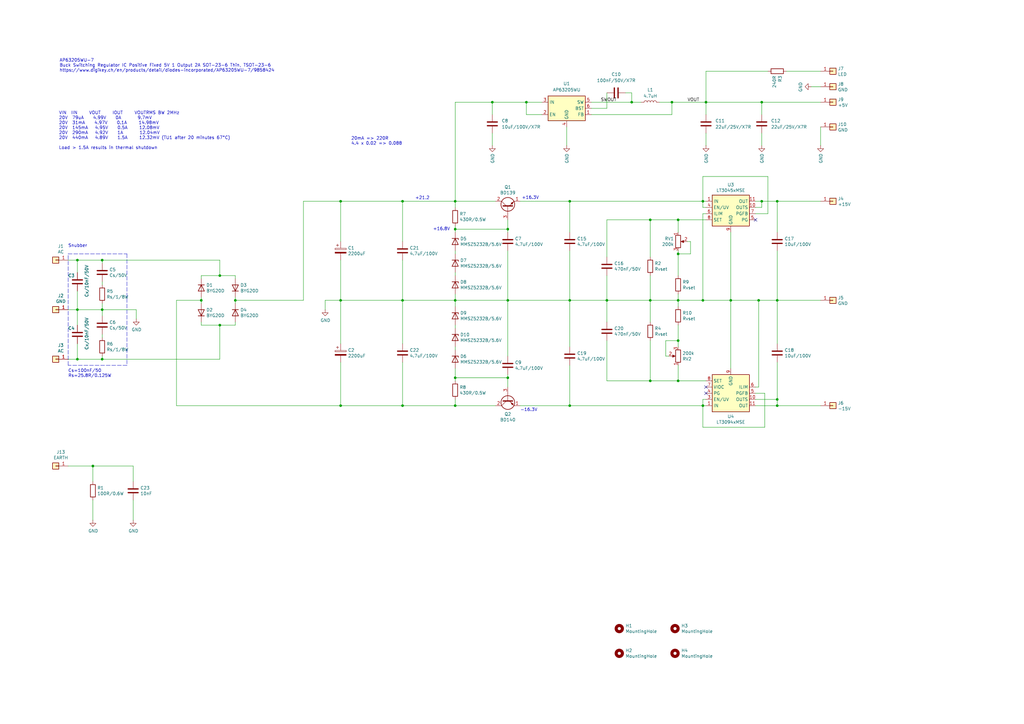
<source format=kicad_sch>
(kicad_sch (version 20250114) (generator "eeschema") (generator_version "9.0")
  (paper "A3")
  (title_block (title "Ultra Low Noise PSU DC/DC +5V") (date "2025-08-11") (rev "V5"))
  (lib_symbols
    (symbol "Connector_Generic:Conn_01x01" (pin_names (offset 1.016) (hide yes))
      (property "Reference" "J" (at 0 2.54 0))
      (property "Value" "Conn_01x01" (at 0 -2.54 0))
      (symbol "Conn_01x01_1_1"
        (rectangle (start -1.27 1.27) (end 1.27 -1.27) (stroke (width 0.254)) (fill (type background)))
        (rectangle (start -1.27 0.127) (end 0 -0.127) (stroke (width 0.1524)))
        (pin passive line (at -5.08 0 0) (length 3.81) (name "Pin_1") (number "1"))
      )
    )
    (symbol "Device:C" (pin_numbers (hide yes)) (pin_names (offset 0.254))
      (property "Reference" "C" (at 0.635 2.54 0))
      (property "Value" "C" (at 0.635 -2.54 0))
      (symbol "C_0_1"
        (polyline (pts (xy -2.032 0.762) (xy 2.032 0.762)) (stroke (width 0.508)))
        (polyline (pts (xy -2.032 -0.762) (xy 2.032 -0.762)) (stroke (width 0.508)))
      )
      (symbol "C_1_1"
        (pin passive line (at 0 3.81 270) (length 2.794) (name "~") (number "1"))
        (pin passive line (at 0 -3.81 90) (length 2.794) (name "~") (number "2"))
      )
    )
    (symbol "Device:C_Polarized" (pin_numbers (hide yes)) (pin_names (offset 0.254))
      (property "Reference" "C" (at 0.635 2.54 0))
      (property "Value" "C_Polarized" (at 0.635 -2.54 0))
      (symbol "C_Polarized_0_1"
        (rectangle (start -2.286 0.508) (end 2.286 1.016))
        (polyline (pts (xy -1.778 2.286) (xy -0.762 2.286)))
        (polyline (pts (xy -1.27 2.794) (xy -1.27 1.778)))
        (rectangle (start 2.286 -0.508) (end -2.286 -1.016) (fill (type outline)))
      )
      (symbol "C_Polarized_1_1"
        (pin passive line (at 0 3.81 270) (length 2.794) (name "~") (number "1"))
        (pin passive line (at 0 -3.81 90) (length 2.794) (name "~") (number "2"))
      )
    )
    (symbol "Device:D" (pin_numbers (hide yes)) (pin_names (offset 1.016) (hide yes))
      (property "Reference" "D" (at 0 2.54 0))
      (property "Value" "D" (at 0 -2.54 0))
      (symbol "D_0_1"
        (polyline (pts (xy -1.27 1.27) (xy -1.27 -1.27)) (stroke (width 0.254)))
        (polyline (pts (xy 1.27 1.27) (xy 1.27 -1.27) (xy -1.27 0) (xy 1.27 1.27)) (stroke (width 0.254)))
        (polyline (pts (xy 1.27 0) (xy -1.27 0)))
      )
      (symbol "D_1_1"
        (pin passive line (at -3.81 0 0) (length 2.54) (name "K") (number "1"))
        (pin passive line (at 3.81 0 180) (length 2.54) (name "A") (number "2"))
      )
    )
    (symbol "Device:L" (pin_numbers (hide yes)) (pin_names (offset 1.016) (hide yes))
      (property "Reference" "L" (at -1.27 0 90))
      (property "Value" "L" (at 1.905 0 90))
      (symbol "L_0_1"
        (arc (start 0 2.54) (mid 0.6323 1.905) (end 0 1.27))
        (arc (start 0 1.27) (mid 0.6323 0.635) (end 0 0))
        (arc (start 0 0) (mid 0.6323 -0.635) (end 0 -1.27))
        (arc (start 0 -1.27) (mid 0.6323 -1.905) (end 0 -2.54))
      )
      (symbol "L_1_1"
        (pin passive line (at 0 3.81 270) (length 1.27) (name "1") (number "1"))
        (pin passive line (at 0 -3.81 90) (length 1.27) (name "2") (number "2"))
      )
    )
    (symbol "Device:R" (pin_numbers (hide yes)) (pin_names (offset 0))
      (property "Reference" "R" (at 2.032 0 90))
      (property "Value" "R" (at 0 0 90))
      (symbol "R_0_1"
        (rectangle (start -1.016 -2.54) (end 1.016 2.54) (stroke (width 0.254)))
      )
      (symbol "R_1_1"
        (pin passive line (at 0 3.81 270) (length 1.27) (name "~") (number "1"))
        (pin passive line (at 0 -3.81 90) (length 1.27) (name "~") (number "2"))
      )
    )
    (symbol "Device:R_Potentiometer" (pin_names (offset 1.016) (hide yes))
      (property "Reference" "RV" (at -4.445 0 90))
      (property "Value" "R_Potentiometer" (at -2.54 0 90))
      (symbol "R_Potentiometer_0_1"
        (rectangle (start 1.016 2.54) (end -1.016 -2.54) (stroke (width 0.254)))
        (polyline (pts (xy 1.143 0) (xy 2.286 0.508) (xy 2.286 -0.508) (xy 1.143 0)) (fill (type outline)))
        (polyline (pts (xy 2.54 0) (xy 1.524 0)))
      )
      (symbol "R_Potentiometer_1_1"
        (pin passive line (at 0 3.81 270) (length 1.27) (name "1") (number "1"))
        (pin passive line (at 0 -3.81 90) (length 1.27) (name "3") (number "3"))
        (pin passive line (at 3.81 0 180) (length 1.27) (name "2") (number "2"))
      )
    )
    (symbol "Diode:Z1SMAxxx" (pin_numbers (hide yes)) (pin_names (hide yes))
      (property "Reference" "D" (at 0 2.54 0))
      (property "Value" "Z1SMAxxx" (at 0 -2.54 0))
      (symbol "Z1SMAxxx_0_1"
        (polyline (pts (xy -1.27 -1.27) (xy -1.27 1.27) (xy -0.762 1.27)) (stroke (width 0.254)))
        (polyline (pts (xy 1.27 0) (xy -1.27 0)))
        (polyline (pts (xy 1.27 -1.27) (xy 1.27 1.27) (xy -1.27 0) (xy 1.27 -1.27)) (stroke (width 0.254)))
      )
      (symbol "Z1SMAxxx_1_1"
        (pin passive line (at -3.81 0 0) (length 2.54) (name "K") (number "1"))
        (pin passive line (at 3.81 0 180) (length 2.54) (name "A") (number "2"))
      )
    )
    (symbol "Mechanical:MountingHole" (pin_names (offset 1.016)) (in_bom no)
      (property "Reference" "H" (at 0 5.08 0))
      (property "Value" "MountingHole" (at 0 3.175 0))
      (symbol "MountingHole_0_1"
        (circle (center 0 0) (radius 1.27) (stroke (width 1.27)))
      )
    )
    (symbol "Regulator_Linear:LT3045xMSE"
      (property "Reference" "U" (at -6.35 6.35 0))
      (property "Value" "LT3045xMSE" (at 1.27 6.35 0))
      (symbol "LT3045xMSE_0_1"
        (rectangle (start -7.62 5.08) (end 7.62 -7.62) (stroke (width 0.254)) (fill (type background)))
      )
      (symbol "LT3045xMSE_1_1"
        (pin power_in line (at -10.16 2.54 0) (length 2.54) (name "IN") (number "1"))
        (pin passive line (at -10.16 2.54 0) (length 2.54) (hide yes) (name "IN") (number "2"))
        (pin passive line (at -10.16 2.54 0) (length 2.54) (hide yes) (name "IN") (number "3"))
        (pin input line (at -10.16 0 0) (length 2.54) (name "EN/UV") (number "4"))
        (pin passive line (at -10.16 -2.54 0) (length 2.54) (name "ILIM") (number "6"))
        (pin passive line (at -10.16 -5.08 0) (length 2.54) (name "SET") (number "8"))
        (pin passive line (at 0 -10.16 90) (length 2.54) (hide yes) (name "GND") (number "13"))
        (pin power_in line (at 0 -10.16 90) (length 2.54) (name "GND") (number "9"))
        (pin power_out line (at 10.16 2.54 180) (length 2.54) (name "OUT") (number "11"))
        (pin passive line (at 10.16 2.54 180) (length 2.54) (hide yes) (name "OUT") (number "12"))
        (pin input line (at 10.16 0 180) (length 2.54) (name "OUTS") (number "10"))
        (pin input line (at 10.16 -2.54 180) (length 2.54) (name "PGFB") (number "7"))
        (pin open_collector line (at 10.16 -5.08 180) (length 2.54) (name "PG") (number "5"))
      )
    )
    (symbol "Regulator_Linear:LT3094xMSE"
      (property "Reference" "U" (at -6.35 8.89 0))
      (property "Value" "LT3094xMSE" (at 1.27 8.89 0))
      (symbol "LT3094xMSE_0_0"
        (pin passive line (at -10.16 5.08 0) (length 2.54) (hide yes) (name "IN") (number "13"))
        (pin passive line (at 10.16 5.08 180) (length 2.54) (hide yes) (name "OUT") (number "12"))
      )
      (symbol "LT3094xMSE_0_1"
        (rectangle (start 7.62 7.62) (end -7.62 -7.62) (stroke (width 0.254)) (fill (type background)))
      )
      (symbol "LT3094xMSE_1_1"
        (pin power_in line (at -10.16 5.08 0) (length 2.54) (name "IN") (number "1"))
        (pin passive line (at -10.16 5.08 0) (length 2.54) (hide yes) (name "IN") (number "2"))
        (pin input line (at -10.16 2.54 0) (length 2.54) (name "EN/UV") (number "3"))
        (pin open_collector line (at -10.16 0 0) (length 2.54) (name "PG") (number "4"))
        (pin passive line (at -10.16 -2.54 0) (length 2.54) (name "VIOC") (number "7"))
        (pin passive line (at -10.16 -5.08 0) (length 2.54) (name "SET") (number "8"))
        (pin power_in line (at 0 -10.16 90) (length 2.54) (name "GND") (number "9"))
        (pin power_out line (at 10.16 5.08 180) (length 2.54) (name "OUT") (number "11"))
        (pin input line (at 10.16 2.54 180) (length 2.54) (name "OUTS") (number "10"))
        (pin input line (at 10.16 0 180) (length 2.54) (name "PGFB") (number "5"))
        (pin passive line (at 10.16 -2.54 180) (length 2.54) (name "ILIM") (number "6"))
      )
    )
    (symbol "Regulator_Switching:AP63205WU"
      (property "Reference" "U" (at -7.62 6.35 0))
      (property "Value" "AP63205WU" (at 2.54 6.35 0))
      (symbol "AP63205WU_0_1"
        (rectangle (start -7.62 5.08) (end 7.62 -5.08) (stroke (width 0.254)) (fill (type background)))
      )
      (symbol "AP63205WU_1_1"
        (pin power_in line (at -10.16 2.54 0) (length 2.54) (name "IN") (number "3"))
        (pin input line (at -10.16 -2.54 0) (length 2.54) (name "EN") (number "2"))
        (pin power_in line (at 0 -7.62 90) (length 2.54) (name "GND") (number "4"))
        (pin output line (at 10.16 2.54 180) (length 2.54) (name "SW") (number "5"))
        (pin passive line (at 10.16 0 180) (length 2.54) (name "BST") (number "6"))
        (pin input line (at 10.16 -2.54 180) (length 2.54) (name "FB") (number "1"))
      )
    )
    (symbol "Transistor_BJT:BD139" (pin_names (offset 0) (hide yes))
      (property "Reference" "Q" (at 5.08 1.905 0))
      (property "Value" "BD139" (at 5.08 0 0))
      (symbol "BD139_0_1"
        (polyline (pts (xy -2.54 0) (xy 0.635 0)))
        (polyline (pts (xy 0.635 1.905) (xy 0.635 -1.905)) (stroke (width 0.508)))
        (circle (center 1.27 0) (radius 2.8194) (stroke (width 0.254)))
      )
      (symbol "BD139_1_1"
        (polyline (pts (xy 0.635 0.635) (xy 2.54 2.54)))
        (polyline (pts (xy 0.635 -0.635) (xy 2.54 -2.54)))
        (polyline (pts (xy 1.27 -1.778) (xy 1.778 -1.27) (xy 2.286 -2.286) (xy 1.27 -1.778)) (fill (type outline)))
        (pin input line (at -5.08 0 0) (length 2.54) (name "B") (number "3"))
        (pin passive line (at 2.54 5.08 270) (length 2.54) (name "C") (number "2"))
        (pin passive line (at 2.54 -5.08 90) (length 2.54) (name "E") (number "1"))
      )
    )
    (symbol "Transistor_BJT:BD140" (pin_names (offset 0) (hide yes))
      (property "Reference" "Q" (at 5.08 1.905 0))
      (property "Value" "BD140" (at 5.08 0 0))
      (symbol "BD140_0_1"
        (polyline (pts (xy -2.54 0) (xy 0.635 0)))
        (polyline (pts (xy 0.635 1.905) (xy 0.635 -1.905)) (stroke (width 0.508)))
        (polyline (pts (xy 0.635 0.635) (xy 2.54 2.54)))
        (polyline (pts (xy 0.635 -0.635) (xy 2.54 -2.54)))
        (circle (center 1.27 0) (radius 2.8194) (stroke (width 0.254)))
        (polyline (pts (xy 2.286 -1.778) (xy 1.778 -2.286) (xy 1.27 -1.27) (xy 2.286 -1.778)) (fill (type outline)))
      )
      (symbol "BD140_1_1"
        (pin input line (at -5.08 0 0) (length 2.54) (name "B") (number "3"))
        (pin passive line (at 2.54 5.08 270) (length 2.54) (name "C") (number "2"))
        (pin passive line (at 2.54 -5.08 90) (length 2.54) (name "E") (number "1"))
      )
    )
    (symbol "power:GND" (power) (pin_numbers (hide yes)) (pin_names (offset 0) (hide yes))
      (property "Value" "GND" (at 0 -3.81 0))
      (symbol "GND_0_1"
        (polyline (pts (xy 0 0) (xy 0 -1.27) (xy 1.27 -1.27) (xy 0 -2.54) (xy -1.27 -1.27) (xy 0 -1.27)))
      )
      (symbol "GND_1_1"
        (pin power_in line (at 0 0 270) (length 0) (name "~") (number "1"))
      )
    )
  )
  (text "+16.3V" (at 213.995 81.915 0) (effects (font (size 1.27 1.27)) (justify left bottom)))
  (text "+21.2" (at 173.228 81.28 0) (effects (font (size 1.27 1.27))))
  (text "Snubber" (at 27.94 101.6 0) (effects (font (size 1.27 1.27)) (justify left bottom)))
  (text "Cs=100nF/50\nRs=25.8R/0.125W" (at 27.94 154.94 0) (effects (font (size 1.27 1.27)) (justify left bottom)))
  (text "-16.3V" (at 213.36 168.91 0) (effects (font (size 1.27 1.27)) (justify left bottom)))
  (text "VIN  IIN     VOUT     IOUT     VOUTRMS BW 2MHz      \n20V  79uA    4.99V    0A       9.7mV\n20V  31mA    4.97V    0.1A     14.98mV\n20V  145mA   4.95V    0.5A     12.08mV\n20V  290mA   4.92V    1A       12.04mV\n20V  440mA   4.89V    1.5A     12.32mV (TU1 after 20 minutes 67°C)\n\nLoad > 1.5A results in thermal shutdown\n\n\n" (at 24.13 55.626 0) (effects (font (size 1.27 1.27)) (justify left)))
  (text "AP63205WU-7\nBuck Switching Regulator IC Positive Fixed 5V 1 Output 2A SOT-23-6 Thin, TSOT-23-6\nhttps://www.digikey.ch/en/products/detail/diodes-incorporated/AP63205WU-7/9858424\n\n" (at 24.384 27.94 0) (effects (font (size 1.27 1.27)) (justify left)))
  (text "+16.8V" (at 177.546 94.742 0) (effects (font (size 1.27 1.27)) (justify left bottom)))
  (text "20mA => 220R\n4.4 x 0.02 => 0.088" (at 144.018 57.912 0) (effects (font (size 1.27 1.27)) (justify left)))
  (junction (at 248.92 123.19))
  (junction (at 165.1 166.37))
  (junction (at 41.91 147.32))
  (junction (at 41.91 127))
  (junction (at 186.69 123.19))
  (junction (at 299.72 123.19))
  (junction (at 275.59 41.91))
  (junction (at 90.17 133.35))
  (junction (at 233.68 82.55))
  (junction (at 318.77 166.37))
  (junction (at 288.29 166.37))
  (junction (at 311.15 123.19))
  (junction (at 215.9 41.91))
  (junction (at 318.77 123.19))
  (junction (at 312.42 82.55))
  (junction (at 139.7 123.19))
  (junction (at 312.42 41.91))
  (junction (at 165.1 82.55))
  (junction (at 201.93 41.91))
  (junction (at 318.77 82.55))
  (junction (at 82.55 123.19))
  (junction (at 139.7 82.55))
  (junction (at 318.77 163.83))
  (junction (at 259.08 41.91))
  (junction (at 139.7 166.37))
  (junction (at 31.75 127))
  (junction (at 208.28 154.94))
  (junction (at 266.7 156.21))
  (junction (at 31.75 106.68))
  (junction (at 266.7 123.19))
  (junction (at 266.7 90.17))
  (junction (at 31.75 147.32))
  (junction (at 278.13 123.19))
  (junction (at 233.68 166.37))
  (junction (at 288.29 82.55))
  (junction (at 288.29 123.19))
  (junction (at 186.69 166.37))
  (junction (at 38.1 191.135))
  (junction (at 41.91 106.68))
  (junction (at 233.68 123.19))
  (junction (at 96.52 123.19))
  (junction (at 165.1 123.19))
  (junction (at 278.13 90.17))
  (junction (at 90.17 113.03))
  (junction (at 278.13 104.14))
  (junction (at 186.69 82.55))
  (junction (at 186.69 93.98))
  (junction (at 208.28 123.19))
  (junction (at 289.56 41.91))
  (junction (at 208.28 93.98))
  (junction (at 278.13 156.21))
  (junction (at 186.69 154.94))
  (junction (at 278.13 139.7))
  (no_connect (at 289.56 158.75))
  (no_connect (at 309.88 90.17))
  (no_connect (at 289.56 161.29))
  (wire (pts (xy 312.42 54.61) (xy 312.42 59.69)))
  (wire (pts (xy 201.93 54.61) (xy 201.93 59.69)))
  (wire (pts (xy 314.96 87.63) (xy 314.96 72.39)))
  (wire (pts (xy 203.2 82.55) (xy 186.69 82.55)))
  (wire (pts (xy 186.69 93.98) (xy 208.28 93.98)))
  (wire (pts (xy 266.7 156.21) (xy 278.13 156.21)))
  (wire (pts (xy 274.32 146.05) (xy 273.05 146.05)))
  (wire (pts (xy 208.28 123.19) (xy 208.28 146.05)))
  (wire (pts (xy 186.69 123.19) (xy 208.28 123.19)))
  (wire (pts (xy 248.92 105.41) (xy 248.92 90.17)))
  (wire (pts (xy 165.1 106.68) (xy 165.1 123.19)))
  (wire (pts (xy 233.68 82.55) (xy 233.68 95.25)))
  (wire (pts (xy 275.59 41.91) (xy 289.56 41.91)))
  (wire (pts (xy 312.42 85.09) (xy 312.42 82.55)))
  (wire (pts (xy 54.61 205.105) (xy 54.61 213.36)))
  (wire (pts (xy 242.57 46.99) (xy 275.59 46.99)))
  (wire (pts (xy 278.13 149.86) (xy 278.13 156.21)))
  (wire (pts (xy 208.28 154.94) (xy 208.28 158.75)))
  (wire (pts (xy 186.69 104.14) (xy 186.69 102.87)))
  (wire (pts (xy 278.13 90.17) (xy 289.56 90.17)))
  (wire (pts (xy 27.94 127) (xy 31.75 127)))
  (wire (pts (xy 186.69 82.55) (xy 165.1 82.55)))
  (wire (pts (xy 318.77 123.19) (xy 336.55 123.19)))
  (wire (pts (xy 96.52 121.92) (xy 96.52 123.19)))
  (wire (pts (xy 186.69 154.94) (xy 208.28 154.94)))
  (wire (pts (xy 31.75 147.32) (xy 41.91 147.32)))
  (wire (pts (xy 248.92 123.19) (xy 266.7 123.19)))
  (wire (pts (xy 288.29 175.26) (xy 288.29 166.37)))
  (wire (pts (xy 311.15 123.19) (xy 318.77 123.19)))
  (wire (pts (xy 289.56 29.21) (xy 289.56 41.91)))
  (wire (pts (xy 82.55 113.03) (xy 82.55 114.3)))
  (wire (pts (xy 299.72 123.19) (xy 311.15 123.19)))
  (wire (pts (xy 278.13 123.19) (xy 278.13 125.73)))
  (wire (pts (xy 289.56 163.83) (xy 288.29 163.83)))
  (wire (pts (xy 41.91 127) (xy 55.88 127)))
  (wire (pts (xy 288.29 163.83) (xy 288.29 166.37)))
  (wire (pts (xy 266.7 123.19) (xy 278.13 123.19)))
  (wire (pts (xy 312.42 41.91) (xy 336.55 41.91)))
  (wire (pts (xy 96.52 114.3) (xy 96.52 113.03)))
  (wire (pts (xy 309.88 166.37) (xy 318.77 166.37)))
  (wire (pts (xy 278.13 120.65) (xy 278.13 123.19)))
  (wire (pts (xy 72.39 166.37) (xy 139.7 166.37)))
  (wire (pts (xy 248.92 90.17) (xy 266.7 90.17)))
  (wire (pts (xy 242.57 41.91) (xy 259.08 41.91)))
  (wire (pts (xy 278.13 133.35) (xy 278.13 139.7)))
  (wire (pts (xy 41.91 129.54) (xy 41.91 127)))
  (wire (pts (xy 233.68 123.19) (xy 248.92 123.19)))
  (wire (pts (xy 242.57 44.45) (xy 248.92 44.45)))
  (wire (pts (xy 208.28 153.67) (xy 208.28 154.94)))
  (wire (pts (xy 90.17 106.68) (xy 90.17 113.03)))
  (wire (pts (xy 336.55 29.21) (xy 322.58 29.21)))
  (wire (pts (xy 318.77 82.55) (xy 318.77 95.25)))
  (wire (pts (xy 289.56 54.61) (xy 289.56 59.69)))
  (wire (pts (xy 31.75 111.76) (xy 31.75 106.68)))
  (wire (pts (xy 72.39 123.19) (xy 82.55 123.19)))
  (wire (pts (xy 233.68 142.24) (xy 233.68 123.19)))
  (wire (pts (xy 288.29 123.19) (xy 299.72 123.19)))
  (wire (pts (xy 289.56 41.91) (xy 312.42 41.91)))
  (wire (pts (xy 208.28 123.19) (xy 233.68 123.19)))
  (wire (pts (xy 82.55 123.19) (xy 82.55 124.46)))
  (wire (pts (xy 233.68 166.37) (xy 213.36 166.37)))
  (wire (pts (xy 288.29 87.63) (xy 288.29 123.19)))
  (wire (pts (xy 266.7 90.17) (xy 266.7 105.41)))
  (wire (pts (xy 288.29 82.55) (xy 289.56 82.55)))
  (wire (pts (xy 31.75 127) (xy 41.91 127)))
  (wire (pts (xy 278.13 156.21) (xy 289.56 156.21)))
  (wire (pts (xy 186.69 166.37) (xy 186.69 163.83)))
  (wire (pts (xy 213.36 82.55) (xy 233.68 82.55)))
  (wire (pts (xy 124.46 82.55) (xy 139.7 82.55)))
  (wire (pts (xy 283.21 99.06) (xy 283.21 104.14)))
  (wire (pts (xy 96.52 113.03) (xy 90.17 113.03)))
  (polyline (pts (xy 52.07 149.86) (xy 27.94 149.86)) (stroke (width 0) (type dash)))
  (wire (pts (xy 281.94 99.06) (xy 283.21 99.06)))
  (wire (pts (xy 259.08 41.91) (xy 262.89 41.91)))
  (wire (pts (xy 289.56 87.63) (xy 288.29 87.63)))
  (wire (pts (xy 289.56 29.21) (xy 314.96 29.21)))
  (polyline (pts (xy 27.94 104.14) (xy 52.07 104.14)) (stroke (width 0) (type dash)))
  (wire (pts (xy 186.69 125.73) (xy 186.69 123.19)))
  (wire (pts (xy 139.7 166.37) (xy 165.1 166.37)))
  (wire (pts (xy 313.69 175.26) (xy 288.29 175.26)))
  (wire (pts (xy 248.92 113.03) (xy 248.92 123.19)))
  (wire (pts (xy 299.72 151.13) (xy 299.72 123.19)))
  (wire (pts (xy 38.1 197.485) (xy 38.1 191.135)))
  (wire (pts (xy 139.7 82.55) (xy 165.1 82.55)))
  (wire (pts (xy 165.1 123.19) (xy 186.69 123.19)))
  (polyline (pts (xy 27.94 149.86) (xy 27.94 104.14)) (stroke (width 0) (type dash)))
  (wire (pts (xy 186.69 156.21) (xy 186.69 154.94)))
  (wire (pts (xy 201.93 41.91) (xy 215.9 41.91)))
  (wire (pts (xy 186.69 95.25) (xy 186.69 93.98)))
  (wire (pts (xy 278.13 90.17) (xy 278.13 95.25)))
  (wire (pts (xy 318.77 148.59) (xy 318.77 163.83)))
  (wire (pts (xy 275.59 46.99) (xy 275.59 41.91)))
  (wire (pts (xy 186.69 82.55) (xy 186.69 85.09)))
  (wire (pts (xy 259.08 38.1) (xy 259.08 41.91)))
  (wire (pts (xy 186.69 41.91) (xy 186.69 82.55)))
  (wire (pts (xy 186.69 41.91) (xy 201.93 41.91)))
  (wire (pts (xy 288.29 85.09) (xy 288.29 82.55)))
  (wire (pts (xy 82.55 133.35) (xy 90.17 133.35)))
  (wire (pts (xy 139.7 140.97) (xy 139.7 123.19)))
  (wire (pts (xy 312.42 82.55) (xy 318.77 82.55)))
  (wire (pts (xy 41.91 138.43) (xy 41.91 137.16)))
  (wire (pts (xy 312.42 46.99) (xy 312.42 41.91)))
  (wire (pts (xy 55.88 130.81) (xy 55.88 127)))
  (wire (pts (xy 288.29 166.37) (xy 289.56 166.37)))
  (wire (pts (xy 248.92 44.45) (xy 248.92 38.1)))
  (wire (pts (xy 72.39 123.19) (xy 72.39 166.37)))
  (wire (pts (xy 215.9 41.91) (xy 222.25 41.91)))
  (wire (pts (xy 336.55 35.56) (xy 332.74 35.56)))
  (wire (pts (xy 318.77 102.87) (xy 318.77 123.19)))
  (wire (pts (xy 38.1 205.105) (xy 38.1 213.36)))
  (wire (pts (xy 288.29 72.39) (xy 288.29 82.55)))
  (wire (pts (xy 336.55 82.55) (xy 318.77 82.55)))
  (polyline (pts (xy 52.07 104.14) (xy 52.07 149.86)) (stroke (width 0) (type dash)))
  (wire (pts (xy 41.91 107.95) (xy 41.91 106.68)))
  (wire (pts (xy 82.55 121.92) (xy 82.55 123.19)))
  (wire (pts (xy 41.91 106.68) (xy 90.17 106.68)))
  (wire (pts (xy 31.75 133.35) (xy 31.75 127)))
  (wire (pts (xy 208.28 93.98) (xy 208.28 95.25)))
  (wire (pts (xy 38.1 191.135) (xy 27.94 191.135)))
  (wire (pts (xy 31.75 106.68) (xy 27.94 106.68)))
  (wire (pts (xy 233.68 102.87) (xy 233.68 123.19)))
  (wire (pts (xy 208.28 93.98) (xy 208.28 90.17)))
  (wire (pts (xy 186.69 154.94) (xy 186.69 151.13)))
  (wire (pts (xy 82.55 132.08) (xy 82.55 133.35)))
  (wire (pts (xy 203.2 166.37) (xy 186.69 166.37)))
  (wire (pts (xy 139.7 123.19) (xy 165.1 123.19)))
  (wire (pts (xy 54.61 197.485) (xy 54.61 191.135)))
  (wire (pts (xy 208.28 102.87) (xy 208.28 123.19)))
  (wire (pts (xy 96.52 133.35) (xy 96.52 132.08)))
  (wire (pts (xy 90.17 113.03) (xy 82.55 113.03)))
  (wire (pts (xy 278.13 123.19) (xy 288.29 123.19)))
  (wire (pts (xy 309.88 82.55) (xy 312.42 82.55)))
  (wire (pts (xy 96.52 123.19) (xy 124.46 123.19)))
  (wire (pts (xy 309.88 158.75) (xy 311.15 158.75)))
  (wire (pts (xy 309.88 85.09) (xy 312.42 85.09)))
  (wire (pts (xy 256.54 38.1) (xy 259.08 38.1)))
  (wire (pts (xy 289.56 85.09) (xy 288.29 85.09)))
  (wire (pts (xy 278.13 102.87) (xy 278.13 104.14)))
  (wire (pts (xy 139.7 99.06) (xy 139.7 82.55)))
  (wire (pts (xy 133.35 127) (xy 133.35 123.19)))
  (wire (pts (xy 41.91 106.68) (xy 31.75 106.68)))
  (wire (pts (xy 283.21 104.14) (xy 278.13 104.14)))
  (wire (pts (xy 309.88 161.29) (xy 313.69 161.29)))
  (wire (pts (xy 186.69 143.51) (xy 186.69 142.24)))
  (wire (pts (xy 248.92 132.08) (xy 248.92 123.19)))
  (wire (pts (xy 90.17 133.35) (xy 90.17 147.32)))
  (wire (pts (xy 248.92 156.21) (xy 266.7 156.21)))
  (wire (pts (xy 233.68 166.37) (xy 288.29 166.37)))
  (wire (pts (xy 41.91 147.32) (xy 90.17 147.32)))
  (wire (pts (xy 31.75 140.97) (xy 31.75 147.32)))
  (wire (pts (xy 318.77 163.83) (xy 318.77 166.37)))
  (wire (pts (xy 54.61 191.135) (xy 38.1 191.135)))
  (wire (pts (xy 273.05 146.05) (xy 273.05 139.7)))
  (wire (pts (xy 309.88 163.83) (xy 318.77 163.83)))
  (wire (pts (xy 313.69 161.29) (xy 313.69 175.26)))
  (wire (pts (xy 201.93 41.91) (xy 201.93 46.99)))
  (wire (pts (xy 186.69 166.37) (xy 165.1 166.37)))
  (wire (pts (xy 278.13 142.24) (xy 278.13 139.7)))
  (wire (pts (xy 133.35 123.19) (xy 139.7 123.19)))
  (wire (pts (xy 186.69 113.03) (xy 186.69 111.76)))
  (wire (pts (xy 318.77 166.37) (xy 336.55 166.37)))
  (wire (pts (xy 266.7 113.03) (xy 266.7 123.19)))
  (wire (pts (xy 273.05 139.7) (xy 278.13 139.7)))
  (wire (pts (xy 233.68 149.86) (xy 233.68 166.37)))
  (wire (pts (xy 266.7 139.7) (xy 266.7 156.21)))
  (wire (pts (xy 278.13 104.14) (xy 278.13 113.03)))
  (wire (pts (xy 233.68 82.55) (xy 288.29 82.55)))
  (wire (pts (xy 41.91 147.32) (xy 41.91 146.05)))
  (wire (pts (xy 299.72 95.25) (xy 299.72 123.19)))
  (wire (pts (xy 186.69 134.62) (xy 186.69 133.35)))
  (wire (pts (xy 215.9 46.99) (xy 215.9 41.91)))
  (wire (pts (xy 275.59 41.91) (xy 270.51 41.91)))
  (wire (pts (xy 165.1 148.59) (xy 165.1 166.37)))
  (wire (pts (xy 186.69 93.98) (xy 186.69 92.71)))
  (wire (pts (xy 232.41 52.07) (xy 232.41 59.69)))
  (wire (pts (xy 311.15 158.75) (xy 311.15 123.19)))
  (wire (pts (xy 309.88 87.63) (xy 314.96 87.63)))
  (wire (pts (xy 165.1 99.06) (xy 165.1 82.55)))
  (wire (pts (xy 41.91 116.84) (xy 41.91 115.57)))
  (wire (pts (xy 266.7 90.17) (xy 278.13 90.17)))
  (wire (pts (xy 90.17 133.35) (xy 96.52 133.35)))
  (wire (pts (xy 266.7 123.19) (xy 266.7 132.08)))
  (wire (pts (xy 318.77 140.97) (xy 318.77 123.19)))
  (wire (pts (xy 248.92 139.7) (xy 248.92 156.21)))
  (wire (pts (xy 289.56 41.91) (xy 289.56 46.99)))
  (wire (pts (xy 41.91 127) (xy 41.91 124.46)))
  (wire (pts (xy 31.75 119.38) (xy 31.75 127)))
  (wire (pts (xy 314.96 72.39) (xy 288.29 72.39)))
  (wire (pts (xy 124.46 123.19) (xy 124.46 82.55)))
  (wire (pts (xy 165.1 140.97) (xy 165.1 123.19)))
  (wire (pts (xy 139.7 106.68) (xy 139.7 123.19)))
  (wire (pts (xy 139.7 148.59) (xy 139.7 166.37)))
  (wire (pts (xy 96.52 123.19) (xy 96.52 124.46)))
  (wire (pts (xy 336.55 52.07) (xy 336.55 59.69)))
  (wire (pts (xy 222.25 46.99) (xy 215.9 46.99)))
  (wire (pts (xy 27.94 147.32) (xy 31.75 147.32)))
  (wire (pts (xy 186.69 120.65) (xy 186.69 123.19)))
  (label "VOUT" (at 281.94 41.91 0))
  (label "SWOUT" (at 246.38 41.91 0))
  (symbol (lib_id "Connector_Generic:Conn_01x01") (at 22.86 127 180) (unit 1)
    (property "Reference" "J2" (at 24.9428 121.285 0))
    (property "Value" "GND" (at 24.9428 123.5964 0))
    (property "Footprint" "Connector_Pin:Pin_D1.3mm_L11.0mm" (effects (hide yes)))
    (property "Description" "Generic connector, single row, 01x01, script generated (kicad-library-utils/schlib/autogen/connector/)" (effects (hide yes)))
  )
  (symbol (lib_id "Device:R_Potentiometer") (at 278.13 99.06 0) (unit 1)
    (property "Reference" "RV1" (at 276.3774 97.8916 0) (effects (justify right)))
    (property "Value" "200k" (at 276.3774 100.203 0) (effects (justify right)))
    (property "Footprint" "Potentiometer_THT:Potentiometer_Bourns_3296W_Vertical" (effects (hide yes)))
    (property "Description" "Potentiometer" (effects (hide yes)))
  )
  (symbol (lib_id "Mechanical:MountingHole") (at 254 257.81 0) (unit 1) (in_bom no)
    (property "Reference" "H1" (at 256.54 256.6416 0) (effects (justify left)))
    (property "Value" "MountingHole" (at 256.54 258.953 0) (effects (justify left)))
    (property "Footprint" "MountingHole:MountingHole_3.2mm_M3_Pad_Via" (effects (hide yes)))
    (property "Description" "Mounting Hole without connection" (effects (hide yes)))
  )
  (symbol (lib_id "Mechanical:MountingHole") (at 276.86 257.81 0) (unit 1) (in_bom no)
    (property "Reference" "H3" (at 279.4 256.6416 0) (effects (justify left)))
    (property "Value" "MountingHole" (at 279.4 258.953 0) (effects (justify left)))
    (property "Footprint" "MountingHole:MountingHole_3.2mm_M3_Pad_Via" (effects (hide yes)))
    (property "Description" "Mounting Hole without connection" (effects (hide yes)))
  )
  (symbol (lib_id "Mechanical:MountingHole") (at 254 267.97 0) (unit 1) (in_bom no)
    (property "Reference" "H2" (at 256.54 266.8016 0) (effects (justify left)))
    (property "Value" "MountingHole" (at 256.54 269.113 0) (effects (justify left)))
    (property "Footprint" "MountingHole:MountingHole_3.2mm_M3_Pad_Via" (effects (hide yes)))
    (property "Description" "Mounting Hole without connection" (effects (hide yes)))
  )
  (symbol (lib_id "Mechanical:MountingHole") (at 276.86 267.97 0) (unit 1) (in_bom no)
    (property "Reference" "H4" (at 279.4 266.8016 0) (effects (justify left)))
    (property "Value" "MountingHole" (at 279.4 269.113 0) (effects (justify left)))
    (property "Footprint" "MountingHole:MountingHole_3.2mm_M3_Pad_Via" (effects (hide yes)))
    (property "Description" "Mounting Hole without connection" (effects (hide yes)))
  )
  (symbol (lib_id "Connector_Generic:Conn_01x01") (at 22.86 106.68 180) (unit 1)
    (property "Reference" "J1" (at 24.9428 100.965 0))
    (property "Value" "AC" (at 24.9428 103.2764 0))
    (property "Footprint" "Connector_Pin:Pin_D1.3mm_L11.0mm" (effects (hide yes)))
    (property "Description" "Generic connector, single row, 01x01, script generated (kicad-library-utils/schlib/autogen/connector/)" (effects (hide yes)))
  )
  (symbol (lib_id "Connector_Generic:Conn_01x01") (at 22.86 147.32 180) (unit 1)
    (property "Reference" "J3" (at 24.9428 141.605 0))
    (property "Value" "AC" (at 24.9428 143.9164 0))
    (property "Footprint" "Connector_Pin:Pin_D1.3mm_L11.0mm" (effects (hide yes)))
    (property "Description" "Generic connector, single row, 01x01, script generated (kicad-library-utils/schlib/autogen/connector/)" (effects (hide yes)))
  )
  (symbol (lib_id "Device:C_Polarized") (at 139.7 102.87 0) (unit 1)
    (property "Reference" "C1" (at 142.6972 101.7016 0) (effects (justify left)))
    (property "Value" "2200uF" (at 142.6972 104.013 0) (effects (justify left)))
    (property "Footprint" "Capacitor_THT:CP_Radial_D16.0mm_P7.50mm" (effects (hide yes)))
    (property "Description" "Polarized capacitor" (effects (hide yes)))
  )
  (symbol (lib_id "power:GND") (at 55.88 130.81 0) (unit 1)
    (property "Reference" "#PWR01" (effects (hide yes)))
    (property "Value" "GND" (at 56.007 135.2042 0))
    (property "Description" "Power symbol creates a global label with name \"GND\" , ground" (effects (hide yes)))
  )
  (symbol (lib_id "Connector_Generic:Conn_01x01") (at 341.63 123.19 0) (unit 1)
    (property "Reference" "J5" (at 343.662 122.1232 0) (effects (justify left)))
    (property "Value" "GND" (at 343.662 124.4346 0) (effects (justify left)))
    (property "Footprint" "Connector_Pin:Pin_D1.0mm_L10.0mm" (effects (hide yes)))
    (property "Description" "Generic connector, single row, 01x01, script generated (kicad-library-utils/schlib/autogen/connector/)" (effects (hide yes)))
  )
  (symbol (lib_id "Connector_Generic:Conn_01x01") (at 341.63 82.55 0) (unit 1)
    (property "Reference" "J4" (at 343.662 81.4832 0) (effects (justify left)))
    (property "Value" "+15V" (at 343.662 83.7946 0) (effects (justify left)))
    (property "Footprint" "Connector_Pin:Pin_D1.0mm_L10.0mm" (effects (hide yes)))
    (property "Description" "Generic connector, single row, 01x01, script generated (kicad-library-utils/schlib/autogen/connector/)" (effects (hide yes)))
  )
  (symbol (lib_id "Connector_Generic:Conn_01x01") (at 341.63 166.37 0) (unit 1)
    (property "Reference" "J6" (at 343.662 165.3032 0) (effects (justify left)))
    (property "Value" "-15V" (at 343.662 167.6146 0) (effects (justify left)))
    (property "Footprint" "Connector_Pin:Pin_D1.0mm_L10.0mm" (effects (hide yes)))
    (property "Description" "Generic connector, single row, 01x01, script generated (kicad-library-utils/schlib/autogen/connector/)" (effects (hide yes)))
  )
  (symbol (lib_id "power:GND") (at 133.35 127 0) (unit 1)
    (property "Reference" "#PWR02" (effects (hide yes)))
    (property "Value" "GND" (at 133.477 131.3942 0))
    (property "Description" "Power symbol creates a global label with name \"GND\" , ground" (effects (hide yes)))
  )
  (symbol (lib_id "Device:C_Polarized") (at 139.7 144.78 0) (unit 1)
    (property "Reference" "C2" (at 142.6972 143.6116 0) (effects (justify left)))
    (property "Value" "2200uF" (at 142.6972 145.923 0) (effects (justify left)))
    (property "Footprint" "Capacitor_THT:CP_Radial_D16.0mm_P7.50mm" (effects (hide yes)))
    (property "Description" "Polarized capacitor" (effects (hide yes)))
  )
  (symbol (lib_id "Device:R_Potentiometer") (at 278.13 146.05 180) (unit 1)
    (property "Reference" "RV2" (at 279.8826 147.2184 0) (effects (justify right)))
    (property "Value" "200k" (at 279.8826 144.907 0) (effects (justify right)))
    (property "Footprint" "Potentiometer_THT:Potentiometer_Bourns_3296W_Vertical" (effects (hide yes)))
    (property "Description" "Potentiometer" (effects (hide yes)))
  )
  (symbol (lib_id "Connector_Generic:Conn_01x01") (at 341.63 41.91 0) (unit 1)
    (property "Reference" "J9" (at 343.662 40.8432 0) (effects (justify left)))
    (property "Value" "+5V" (at 343.662 43.1546 0) (effects (justify left)))
    (property "Footprint" "Connector_Pin:Pin_D1.0mm_L10.0mm" (effects (hide yes)))
    (property "Description" "Generic connector, single row, 01x01, script generated (kicad-library-utils/schlib/autogen/connector/)" (effects (hide yes)))
  )
  (symbol (lib_id "Connector_Generic:Conn_01x01") (at 341.63 52.07 0) (unit 1)
    (property "Reference" "J10" (at 343.662 51.0032 0) (effects (justify left)))
    (property "Value" "GND" (at 343.662 53.3146 0) (effects (justify left)))
    (property "Footprint" "Connector_Pin:Pin_D1.0mm_L10.0mm" (effects (hide yes)))
    (property "Description" "Generic connector, single row, 01x01, script generated (kicad-library-utils/schlib/autogen/connector/)" (effects (hide yes)))
  )
  (symbol (lib_id "Device:R") (at 318.77 29.21 270) (unit 1)
    (property "Reference" "R3" (at 319.9384 30.988 0) (effects (justify left)))
    (property "Value" "240R" (at 317.627 30.988 0) (effects (justify left)))
    (property "Footprint" "Resistor_SMD:R_0805_2012Metric_Pad1.20x1.40mm_HandSolder" (effects (hide yes)))
    (property "Description" "Resistor" (effects (hide yes)))
  )
  (symbol (lib_id "Connector_Generic:Conn_01x01") (at 341.63 29.21 0) (unit 1)
    (property "Reference" "J7" (at 343.662 28.1432 0) (effects (justify left)))
    (property "Value" "LED" (at 343.662 30.4546 0) (effects (justify left)))
    (property "Footprint" "Connector_Pin:Pin_D1.0mm_L10.0mm" (effects (hide yes)))
    (property "Description" "Generic connector, single row, 01x01, script generated (kicad-library-utils/schlib/autogen/connector/)" (effects (hide yes)))
  )
  (symbol (lib_id "Connector_Generic:Conn_01x01") (at 341.63 35.56 0) (unit 1)
    (property "Reference" "J8" (at 343.662 34.4932 0) (effects (justify left)))
    (property "Value" "GND" (at 343.662 36.8046 0) (effects (justify left)))
    (property "Footprint" "Connector_Pin:Pin_D1.0mm_L10.0mm" (effects (hide yes)))
    (property "Description" "Generic connector, single row, 01x01, script generated (kicad-library-utils/schlib/autogen/connector/)" (effects (hide yes)))
  )
  (symbol (lib_id "power:GND") (at 332.74 35.56 270) (unit 1)
    (property "Reference" "#PWR05" (effects (hide yes)))
    (property "Value" "GND" (at 328.3458 35.687 0))
    (property "Description" "Power symbol creates a global label with name \"GND\" , ground" (effects (hide yes)))
  )
  (symbol (lib_id "Device:C") (at 318.77 99.06 0) (unit 1)
    (property "Reference" "C17" (at 321.7672 97.8916 0) (effects (justify left)))
    (property "Value" "10uF/100V" (at 321.7672 100.203 0) (effects (justify left)))
    (property "Footprint" "Capacitor_SMD:C_1210_3225Metric_Pad1.33x2.70mm_HandSolder" (effects (hide yes)))
    (property "Description" "Unpolarized capacitor" (effects (hide yes)))
  )
  (symbol (lib_id "Device:C") (at 318.77 144.78 0) (unit 1)
    (property "Reference" "C18" (at 321.7672 143.6116 0) (effects (justify left)))
    (property "Value" "10uF/100V" (at 321.7672 145.923 0) (effects (justify left)))
    (property "Footprint" "Capacitor_SMD:C_1210_3225Metric_Pad1.33x2.70mm_HandSolder" (effects (hide yes)))
    (property "Description" "Unpolarized capacitor" (effects (hide yes)))
  )
  (symbol (lib_id "Device:D") (at 82.55 118.11 270) (unit 1)
    (property "Reference" "D1" (at 84.582 116.9416 90) (effects (justify left)))
    (property "Value" "BYG20D" (at 84.582 119.253 90) (effects (justify left)))
    (property "Footprint" "Diode_SMD:D_SMA_Handsoldering" (effects (hide yes)))
    (property "Description" "Diode" (effects (hide yes)))
    (property "Sim.Device" "D" (effects (hide yes)))
    (property "Sim.Pins" "1=K 2=A" (effects (hide yes)))
  )
  (symbol (lib_id "Device:D") (at 82.55 128.27 90) (unit 1)
    (property "Reference" "D2" (at 84.582 127.1016 90) (effects (justify right)))
    (property "Value" "BYG20D" (at 84.582 129.413 90) (effects (justify right)))
    (property "Footprint" "Diode_SMD:D_SMA_Handsoldering" (effects (hide yes)))
    (property "Description" "Diode" (effects (hide yes)))
    (property "Sim.Device" "D" (effects (hide yes)))
    (property "Sim.Pins" "1=K 2=A" (effects (hide yes)))
  )
  (symbol (lib_id "Device:D") (at 96.52 118.11 90) (unit 1)
    (property "Reference" "D3" (at 98.552 116.9416 90) (effects (justify right)))
    (property "Value" "BYG20D" (at 98.552 119.253 90) (effects (justify right)))
    (property "Footprint" "Diode_SMD:D_SMA_Handsoldering" (effects (hide yes)))
    (property "Description" "Diode" (effects (hide yes)))
    (property "Sim.Device" "D" (effects (hide yes)))
    (property "Sim.Pins" "1=K 2=A" (effects (hide yes)))
  )
  (symbol (lib_id "Device:D") (at 96.52 128.27 270) (unit 1)
    (property "Reference" "D4" (at 98.552 127.1016 90) (effects (justify left)))
    (property "Value" "BYG20D" (at 98.552 129.413 90) (effects (justify left)))
    (property "Footprint" "Diode_SMD:D_SMA_Handsoldering" (effects (hide yes)))
    (property "Description" "Diode" (effects (hide yes)))
    (property "Sim.Device" "D" (effects (hide yes)))
    (property "Sim.Pins" "1=K 2=A" (effects (hide yes)))
  )
  (symbol (lib_id "Diode:Z1SMAxxx") (at 186.69 99.06 270) (unit 1)
    (property "Reference" "D5" (at 188.722 97.8916 90) (effects (justify left)))
    (property "Value" "MMSZ5232B/5.6V" (at 188.722 100.203 90) (effects (justify left)))
    (property "Footprint" "Diode_SMD:D_SOD-123" (effects (hide yes)))
    (property "Datasheet" "https://diotec.com/tl_files/diotec/files/pdf/datasheets/z1sma1.pdf" (effects (hide yes)))
    (property "Description" "1000mW Zener Diode, SMA(DO-214AC)" (effects (hide yes)))
  )
  (symbol (lib_id "Device:R") (at 186.69 88.9 0) (unit 1)
    (property "Reference" "R7" (at 188.468 87.7316 0) (effects (justify left)))
    (property "Value" "430R/0.5W" (at 188.468 90.043 0) (effects (justify left)))
    (property "Footprint" "Resistor_SMD:R_0805_2012Metric_Pad1.20x1.40mm_HandSolder" (effects (hide yes)))
    (property "Description" "Resistor" (effects (hide yes)))
  )
  (symbol (lib_id "Transistor_BJT:BD139") (at 208.28 85.09 90) (unit 1)
    (property "Reference" "Q1" (at 208.28 76.7334 90))
    (property "Value" "BD139" (at 208.28 79.0448 90))
    (property "Footprint" "Package_TO_SOT_THT:TO-126-3_Vertical" (effects (hide yes)))
    (property "Datasheet" "http://www.st.com/internet/com/TECHNICAL_RESOURCES/TECHNICAL_LITERATURE/DATASHEET/CD00001225.pdf" (effects (hide yes)))
    (property "Description" "1.5A Ic, 80V Vce, Low Voltage Transistor, TO-126" (effects (hide yes)))
  )
  (symbol (lib_id "Device:C") (at 208.28 99.06 0) (unit 1)
    (property "Reference" "C7" (at 211.201 97.8916 0) (effects (justify left)))
    (property "Value" "4.7uF/100V" (at 211.201 100.203 0) (effects (justify left)))
    (property "Footprint" "Capacitor_SMD:C_1206_3216Metric_Pad1.33x1.80mm_HandSolder" (effects (hide yes)))
    (property "Description" "Unpolarized capacitor" (effects (hide yes)))
  )
  (symbol (lib_id "Device:C") (at 31.75 115.57 0) (unit 1)
    (property "Reference" "C3" (at 27.94 113.03 0) (effects (justify left)))
    (property "Value" "Cx/10nF/50V" (at 35.56 121.92 90) (effects (justify left)))
    (property "Footprint" "Capacitor_SMD:C_0805_2012Metric_Pad1.18x1.45mm_HandSolder" (effects (hide yes)))
    (property "Description" "Unpolarized capacitor" (effects (hide yes)))
  )
  (symbol (lib_id "Device:C") (at 31.75 137.16 0) (unit 1)
    (property "Reference" "C4" (at 27.94 134.62 0) (effects (justify left)))
    (property "Value" "Cx/10nF/50V" (at 35.56 143.51 90) (effects (justify left)))
    (property "Footprint" "Capacitor_SMD:C_0805_2012Metric_Pad1.18x1.45mm_HandSolder" (effects (hide yes)))
    (property "Description" "Unpolarized capacitor" (effects (hide yes)))
  )
  (symbol (lib_id "Device:C") (at 41.91 111.76 0) (unit 1)
    (property "Reference" "C5" (at 44.831 110.5916 0) (effects (justify left)))
    (property "Value" "Cs/50V" (at 44.831 112.903 0) (effects (justify left)))
    (property "Footprint" "Capacitor_SMD:C_0805_2012Metric_Pad1.18x1.45mm_HandSolder" (effects (hide yes)))
    (property "Description" "Unpolarized capacitor" (effects (hide yes)))
  )
  (symbol (lib_id "Device:R") (at 41.91 120.65 0) (unit 1)
    (property "Reference" "R5" (at 43.688 119.4816 0) (effects (justify left)))
    (property "Value" "Rs/1/8W" (at 43.688 121.793 0) (effects (justify left)))
    (property "Footprint" "Resistor_SMD:R_0805_2012Metric_Pad1.20x1.40mm_HandSolder" (effects (hide yes)))
    (property "Description" "Resistor" (effects (hide yes)))
  )
  (symbol (lib_id "Device:C") (at 41.91 133.35 0) (unit 1)
    (property "Reference" "C6" (at 44.831 132.1816 0) (effects (justify left)))
    (property "Value" "Cs/50V" (at 44.831 134.493 0) (effects (justify left)))
    (property "Footprint" "Capacitor_SMD:C_0805_2012Metric_Pad1.18x1.45mm_HandSolder" (effects (hide yes)))
    (property "Description" "Unpolarized capacitor" (effects (hide yes)))
  )
  (symbol (lib_id "Device:R") (at 41.91 142.24 0) (unit 1)
    (property "Reference" "R6" (at 43.688 141.0716 0) (effects (justify left)))
    (property "Value" "Rs/1/8W" (at 43.688 143.383 0) (effects (justify left)))
    (property "Footprint" "Resistor_SMD:R_0805_2012Metric_Pad1.20x1.40mm_HandSolder" (effects (hide yes)))
    (property "Description" "Resistor" (effects (hide yes)))
  )
  (symbol (lib_id "Transistor_BJT:BD140") (at 208.28 163.83 90) (mirror x) (unit 1)
    (property "Reference" "Q2" (at 208.28 169.8498 90))
    (property "Value" "BD140" (at 208.28 172.1612 90))
    (property "Footprint" "Package_TO_SOT_THT:TO-126-3_Vertical" (effects (hide yes)))
    (property "Datasheet" "http://www.st.com/internet/com/TECHNICAL_RESOURCES/TECHNICAL_LITERATURE/DATASHEET/CD00001225.pdf" (effects (hide yes)))
    (property "Description" "1.5A Ic, 80V Vce, Low Voltage Transistor, TO-126" (effects (hide yes)))
  )
  (symbol (lib_id "Diode:Z1SMAxxx") (at 186.69 147.32 270) (unit 1)
    (property "Reference" "D6" (at 188.722 146.1516 90) (effects (justify left)))
    (property "Value" "MMSZ5232B/5.6V" (at 188.722 148.463 90) (effects (justify left)))
    (property "Footprint" "Diode_SMD:D_SOD-123" (effects (hide yes)))
    (property "Datasheet" "https://diotec.com/tl_files/diotec/files/pdf/datasheets/z1sma1.pdf" (effects (hide yes)))
    (property "Description" "1000mW Zener Diode, SMA(DO-214AC)" (effects (hide yes)))
  )
  (symbol (lib_id "Device:R") (at 186.69 160.02 0) (unit 1)
    (property "Reference" "R8" (at 188.468 158.8516 0) (effects (justify left)))
    (property "Value" "430R/0.5W" (at 188.468 161.163 0) (effects (justify left)))
    (property "Footprint" "Resistor_SMD:R_0805_2012Metric_Pad1.20x1.40mm_HandSolder" (effects (hide yes)))
    (property "Description" "Resistor" (effects (hide yes)))
  )
  (symbol (lib_id "Device:C") (at 208.28 149.86 0) (unit 1)
    (property "Reference" "C9" (at 211.201 148.6916 0) (effects (justify left)))
    (property "Value" "4.7uF/100V" (at 211.201 151.003 0) (effects (justify left)))
    (property "Footprint" "Capacitor_SMD:C_1206_3216Metric_Pad1.33x1.80mm_HandSolder" (effects (hide yes)))
    (property "Description" "Unpolarized capacitor" (effects (hide yes)))
  )
  (symbol (lib_id "Diode:Z1SMAxxx") (at 186.69 107.95 270) (unit 1)
    (property "Reference" "D7" (at 188.722 106.7816 90) (effects (justify left)))
    (property "Value" "MMSZ5232B/5.6V" (at 188.722 109.093 90) (effects (justify left)))
    (property "Footprint" "Diode_SMD:D_SOD-123" (effects (hide yes)))
    (property "Datasheet" "https://diotec.com/tl_files/diotec/files/pdf/datasheets/z1sma1.pdf" (effects (hide yes)))
    (property "Description" "1000mW Zener Diode, SMA(DO-214AC)" (effects (hide yes)))
  )
  (symbol (lib_id "Diode:Z1SMAxxx") (at 186.69 116.84 270) (unit 1)
    (property "Reference" "D8" (at 188.722 115.6716 90) (effects (justify left)))
    (property "Value" "MMSZ5232B/5.6V" (at 188.722 117.983 90) (effects (justify left)))
    (property "Footprint" "Diode_SMD:D_SOD-123" (effects (hide yes)))
    (property "Datasheet" "https://diotec.com/tl_files/diotec/files/pdf/datasheets/z1sma1.pdf" (effects (hide yes)))
    (property "Description" "1000mW Zener Diode, SMA(DO-214AC)" (effects (hide yes)))
  )
  (symbol (lib_id "Diode:Z1SMAxxx") (at 186.69 138.43 270) (unit 1)
    (property "Reference" "D10" (at 188.722 137.2616 90) (effects (justify left)))
    (property "Value" "MMSZ5232B/5.6V" (at 188.722 139.573 90) (effects (justify left)))
    (property "Footprint" "Diode_SMD:D_SOD-123" (effects (hide yes)))
    (property "Datasheet" "https://diotec.com/tl_files/diotec/files/pdf/datasheets/z1sma1.pdf" (effects (hide yes)))
    (property "Description" "1000mW Zener Diode, SMA(DO-214AC)" (effects (hide yes)))
  )
  (symbol (lib_id "Diode:Z1SMAxxx") (at 186.69 129.54 270) (unit 1)
    (property "Reference" "D9" (at 188.722 128.3716 90) (effects (justify left)))
    (property "Value" "MMSZ5232B/5.6V" (at 188.722 130.683 90) (effects (justify left)))
    (property "Footprint" "Diode_SMD:D_SOD-123" (effects (hide yes)))
    (property "Datasheet" "https://diotec.com/tl_files/diotec/files/pdf/datasheets/z1sma1.pdf" (effects (hide yes)))
    (property "Description" "1000mW Zener Diode, SMA(DO-214AC)" (effects (hide yes)))
  )
  (symbol (lib_id "Device:C") (at 233.68 99.06 0) (unit 1)
    (property "Reference" "C15" (at 236.6772 97.8916 0) (effects (justify left)))
    (property "Value" "4.7uF/100V" (at 236.6772 100.203 0) (effects (justify left)))
    (property "Footprint" "Capacitor_SMD:C_1206_3216Metric_Pad1.33x1.80mm_HandSolder" (effects (hide yes)))
    (property "Description" "Unpolarized capacitor" (effects (hide yes)))
  )
  (symbol (lib_id "Device:C") (at 248.92 109.22 0) (unit 1)
    (property "Reference" "C16" (at 251.9172 108.0516 0) (effects (justify left)))
    (property "Value" "470nF/50V" (at 251.9172 110.363 0) (effects (justify left)))
    (property "Footprint" "Capacitor_SMD:C_0805_2012Metric_Pad1.18x1.45mm_HandSolder" (effects (hide yes)))
    (property "Description" "Unpolarized capacitor" (effects (hide yes)))
  )
  (symbol (lib_id "Device:C") (at 248.92 135.89 0) (unit 1)
    (property "Reference" "C20" (at 251.9172 134.7216 0) (effects (justify left)))
    (property "Value" "470nF/50V" (at 251.9172 137.033 0) (effects (justify left)))
    (property "Footprint" "Capacitor_SMD:C_0805_2012Metric_Pad1.18x1.45mm_HandSolder" (effects (hide yes)))
    (property "Description" "Unpolarized capacitor" (effects (hide yes)))
  )
  (symbol (lib_id "Device:C") (at 233.68 146.05 0) (unit 1)
    (property "Reference" "C19" (at 236.6772 144.8816 0) (effects (justify left)))
    (property "Value" "4.7uF/100V" (at 236.6772 147.193 0) (effects (justify left)))
    (property "Footprint" "Capacitor_SMD:C_1206_3216Metric_Pad1.33x1.80mm_HandSolder" (effects (hide yes)))
    (property "Description" "Unpolarized capacitor" (effects (hide yes)))
  )
  (symbol (lib_id "Device:C") (at 165.1 102.87 0) (unit 1)
    (property "Reference" "C21" (at 168.021 101.7016 0) (effects (justify left)))
    (property "Value" "4.7uF/100V" (at 168.021 104.013 0) (effects (justify left)))
    (property "Footprint" "Capacitor_SMD:C_1206_3216Metric_Pad1.33x1.80mm_HandSolder" (effects (hide yes)))
    (property "Description" "Unpolarized capacitor" (effects (hide yes)))
  )
  (symbol (lib_id "Device:C") (at 165.1 144.78 0) (unit 1)
    (property "Reference" "C22" (at 168.021 143.6116 0) (effects (justify left)))
    (property "Value" "4.7uF/100V" (at 168.021 145.923 0) (effects (justify left)))
    (property "Footprint" "Capacitor_SMD:C_1206_3216Metric_Pad1.33x1.80mm_HandSolder" (effects (hide yes)))
    (property "Description" "Unpolarized capacitor" (effects (hide yes)))
  )
  (symbol (lib_id "Regulator_Linear:LT3045xMSE") (at 299.72 85.09 0) (unit 1)
    (property "Reference" "U3" (at 299.72 75.7682 0))
    (property "Value" "LT3045xMSE" (at 299.72 78.0796 0))
    (property "Footprint" "Package_SO:MSOP-12-1EP_3x4.039mm_P0.65mm_EP1.651x2.845mm" (effects (hide yes)))
    (property "Datasheet" "https://www.analog.com/media/en/technical-documentation/data-sheets/3045fa.pdf" (effects (hide yes)))
    (property "Description" "500mA, Adjustable, Ultralow Noise, Ultrahigh PSRR Linear Regulator, MSOP-12" (effects (hide yes)))
  )
  (symbol (lib_id "Regulator_Linear:LT3094xMSE") (at 299.72 161.29 0) (mirror x) (unit 1)
    (property "Reference" "U4" (at 299.72 170.815 0))
    (property "Value" "LT3094xMSE" (at 299.72 173.1264 0))
    (property "Footprint" "Package_SO:MSOP-12-1EP_3x4.039mm_P0.65mm_EP1.651x2.845mm" (effects (hide yes)))
    (property "Datasheet" "https://www.analog.com/media/en/technical-documentation/data-sheets/LT3094.pdf" (effects (hide yes)))
    (property "Description" "-500mA, Adjustable, Ultralow Noise, Ultrahigh PSRR RF Negative Linear Regulator, MSOP-12" (effects (hide yes)))
  )
  (symbol (lib_id "Device:R") (at 266.7 109.22 0) (unit 1)
    (property "Reference" "R2" (at 268.478 108.0516 0) (effects (justify left)))
    (property "Value" "Rvset" (at 268.478 110.363 0) (effects (justify left)))
    (property "Footprint" "Resistor_SMD:R_0805_2012Metric_Pad1.20x1.40mm_HandSolder" (effects (hide yes)))
    (property "Description" "Resistor" (effects (hide yes)))
  )
  (symbol (lib_id "Connector_Generic:Conn_01x01") (at 22.86 191.135 180) (unit 1)
    (property "Reference" "J13" (at 24.9428 185.42 0))
    (property "Value" "EARTH" (at 24.9428 187.7314 0))
    (property "Footprint" "Connector_Pin:Pin_D1.3mm_L11.0mm" (effects (hide yes)))
    (property "Description" "Generic connector, single row, 01x01, script generated (kicad-library-utils/schlib/autogen/connector/)" (effects (hide yes)))
  )
  (symbol (lib_id "Device:C") (at 312.42 50.8 0) (unit 1)
    (property "Reference" "C12" (at 316.2276 49.5299 0) (effects (justify left)))
    (property "Value" "22uF/25V/X7R" (at 316.2276 52.0699 0) (effects (justify left)))
    (property "Footprint" "Capacitor_SMD:C_1210_3225Metric_Pad1.33x2.70mm_HandSolder" (effects (hide yes)))
    (property "Description" "Unpolarized capacitor" (effects (hide yes)))
  )
  (symbol (lib_id "Device:C") (at 252.73 38.1 270) (unit 1)
    (property "Reference" "C10" (at 252.73 30.48 90))
    (property "Value" "100nF/50V/X7R" (at 252.73 33.02 90))
    (property "Footprint" "Capacitor_SMD:C_0805_2012Metric_Pad1.18x1.45mm_HandSolder" (effects (hide yes)))
    (property "Description" "Unpolarized capacitor" (effects (hide yes)))
  )
  (symbol (lib_id "Device:C") (at 201.93 50.8 0) (unit 1)
    (property "Reference" "C8" (at 205.74 49.5299 0) (effects (justify left)))
    (property "Value" "10uF/100V/X7R" (at 205.74 52.0699 0) (effects (justify left)))
    (property "Footprint" "Capacitor_SMD:C_1210_3225Metric_Pad1.33x2.70mm_HandSolder" (effects (hide yes)))
    (property "Description" "Unpolarized capacitor" (effects (hide yes)))
  )
  (symbol (lib_id "power:GND") (at 201.93 59.69 0) (unit 1)
    (property "Reference" "#PWR06" (effects (hide yes)))
    (property "Value" "GND" (at 202.057 62.9412 90) (effects (justify right)))
  )
  (symbol (lib_id "Regulator_Switching:AP63205WU") (at 232.41 44.45 0) (unit 1)
    (property "Reference" "U1" (at 232.41 34.29 0))
    (property "Value" "AP63205WU" (at 232.41 36.83 0))
    (property "Footprint" "Package_TO_SOT_SMD:TSOT-23-6" (effects (hide yes)))
    (property "Datasheet" "https://www.diodes.com/assets/Datasheets/AP63200-AP63201-AP63203-AP63205.pdf" (effects (hide yes)))
    (property "Description" "2A, 1.1MHz Buck DC/DC Converter, fixed 5.0V output voltage, TSOT-23-6" (effects (hide yes)))
  )
  (symbol (lib_id "Device:R") (at 38.1 201.295 180) (unit 1)
    (property "Reference" "R1" (at 39.878 200.1266 0) (effects (justify right)))
    (property "Value" "100R/0.6W" (at 39.878 202.438 0) (effects (justify right)))
    (property "Footprint" "Resistor_THT:R_Axial_DIN0207_L6.3mm_D2.5mm_P10.16mm_Horizontal" (effects (hide yes)))
    (property "Description" "Resistor" (effects (hide yes)))
  )
  (symbol (lib_id "power:GND") (at 38.1 213.36 0) (unit 1)
    (property "Reference" "#PWR0101" (effects (hide yes)))
    (property "Value" "GND" (at 38.227 217.7542 0))
    (property "Description" "Power symbol creates a global label with name \"GND\" , ground" (effects (hide yes)))
  )
  (symbol (lib_id "power:GND") (at 312.42 59.69 0) (unit 1)
    (property "Reference" "#PWR016" (effects (hide yes)))
    (property "Value" "GND" (at 312.547 62.9412 90) (effects (justify right)))
  )
  (symbol (lib_id "power:GND") (at 289.56 59.69 0) (unit 1)
    (property "Reference" "#PWR014" (effects (hide yes)))
    (property "Value" "GND" (at 289.687 62.9412 90) (effects (justify right)))
  )
  (symbol (lib_id "Device:C") (at 54.61 201.295 0) (unit 1)
    (property "Reference" "C23" (at 57.531 200.1266 0) (effects (justify left)))
    (property "Value" "10nF" (at 57.531 202.438 0) (effects (justify left)))
    (property "Footprint" "Capacitor_THT:C_Rect_L7.2mm_W2.5mm_P5.00mm_FKS2_FKP2_MKS2_MKP2" (effects (hide yes)))
    (property "Description" "Unpolarized capacitor" (effects (hide yes)))
  )
  (symbol (lib_id "power:GND") (at 232.41 59.69 0) (unit 1)
    (property "Reference" "#PWR07" (effects (hide yes)))
    (property "Value" "GND" (at 232.537 62.9412 90) (effects (justify right)))
  )
  (symbol (lib_id "power:GND") (at 336.55 59.69 0) (unit 1)
    (property "Reference" "#PWR03" (effects (hide yes)))
    (property "Value" "GND" (at 336.677 62.9412 90) (effects (justify right)))
  )
  (symbol (lib_id "Device:R") (at 266.7 135.89 0) (unit 1)
    (property "Reference" "R4" (at 268.478 134.7216 0) (effects (justify left)))
    (property "Value" "Rvset" (at 268.478 137.033 0) (effects (justify left)))
    (property "Footprint" "Resistor_SMD:R_0805_2012Metric_Pad1.20x1.40mm_HandSolder" (effects (hide yes)))
    (property "Description" "Resistor" (effects (hide yes)))
  )
  (symbol (lib_id "Device:C") (at 289.56 50.8 0) (unit 1)
    (property "Reference" "C11" (at 293.3676 49.5299 0) (effects (justify left)))
    (property "Value" "22uF/25V/X7R" (at 293.3676 52.0699 0) (effects (justify left)))
    (property "Footprint" "Capacitor_SMD:C_1210_3225Metric_Pad1.33x2.70mm_HandSolder" (effects (hide yes)))
    (property "Description" "Unpolarized capacitor" (effects (hide yes)))
  )
  (symbol (lib_id "Device:R") (at 278.13 116.84 0) (unit 1)
    (property "Reference" "R9" (at 279.908 115.6716 0) (effects (justify left)))
    (property "Value" "Rvset" (at 279.908 117.983 0) (effects (justify left)))
    (property "Footprint" "Resistor_SMD:R_0805_2012Metric_Pad1.20x1.40mm_HandSolder" (effects (hide yes)))
    (property "Description" "Resistor" (effects (hide yes)))
  )
  (symbol (lib_id "power:GND") (at 54.61 213.36 0) (unit 1)
    (property "Reference" "#PWR0102" (effects (hide yes)))
    (property "Value" "GND" (at 54.737 217.7542 0))
    (property "Description" "Power symbol creates a global label with name \"GND\" , ground" (effects (hide yes)))
  )
  (symbol (lib_id "Device:L") (at 266.7 41.91 90) (unit 1)
    (property "Reference" "L1" (at 266.7 36.83 90))
    (property "Value" "4.7uH" (at 266.7 39.37 90))
    (property "Footprint" "Inductor_SMD:L_Bourns-SRN6028" (effects (hide yes)))
    (property "Description" "Inductor" (effects (hide yes)))
  )
  (symbol (lib_id "Device:R") (at 278.13 129.54 0) (unit 1)
    (property "Reference" "R10" (at 279.908 128.3716 0) (effects (justify left)))
    (property "Value" "Rvset" (at 279.908 130.683 0) (effects (justify left)))
    (property "Footprint" "Resistor_SMD:R_0805_2012Metric_Pad1.20x1.40mm_HandSolder" (effects (hide yes)))
    (property "Description" "Resistor" (effects (hide yes)))
  )
)
</source>
